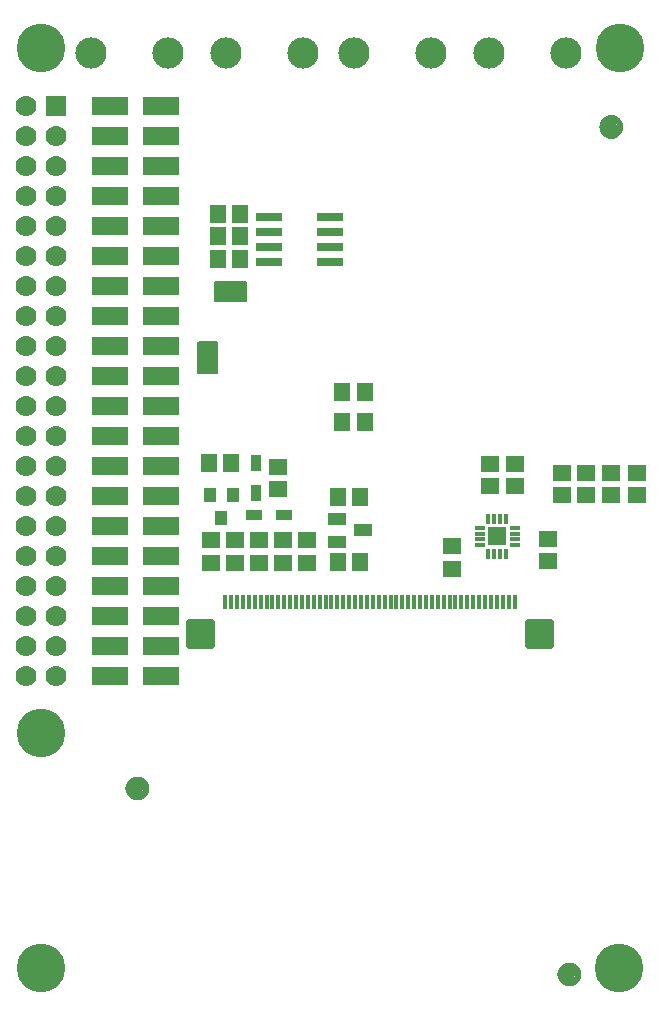
<source format=gbr>
G04 EAGLE Gerber RS-274X export*
G75*
%MOMM*%
%FSLAX34Y34*%
%LPD*%
%INSoldermask Top*%
%IPPOS*%
%AMOC8*
5,1,8,0,0,1.08239X$1,22.5*%
G01*
%ADD10R,1.601600X1.401600*%
%ADD11C,1.101600*%
%ADD12C,0.500000*%
%ADD13R,1.401600X1.601600*%
%ADD14R,1.501600X1.101600*%
%ADD15C,0.700447*%
%ADD16R,0.300000X1.300000*%
%ADD17R,1.601600X1.601600*%
%ADD18R,0.880000X0.350000*%
%ADD19R,0.350000X0.880000*%
%ADD20C,2.641600*%
%ADD21R,1.778000X1.778000*%
%ADD22C,1.778000*%
%ADD23C,4.117600*%
%ADD24R,2.301600X0.701600*%
%ADD25R,1.270000X1.701800*%
%ADD26R,0.736600X0.304800*%
%ADD27R,3.149600X1.625600*%
%ADD28R,1.701800X1.270000*%
%ADD29R,0.304800X0.736600*%
%ADD30R,1.451600X0.901600*%
%ADD31R,0.901600X1.451600*%
%ADD32R,1.101600X1.301600*%

G36*
X181728Y541036D02*
X181728Y541036D01*
X181847Y541043D01*
X181885Y541056D01*
X181926Y541061D01*
X182036Y541104D01*
X182149Y541141D01*
X182184Y541163D01*
X182221Y541178D01*
X182317Y541248D01*
X182418Y541311D01*
X182446Y541341D01*
X182479Y541364D01*
X182555Y541456D01*
X182636Y541543D01*
X182656Y541578D01*
X182681Y541609D01*
X182732Y541717D01*
X182790Y541821D01*
X182800Y541861D01*
X182817Y541897D01*
X182839Y542014D01*
X182869Y542129D01*
X182873Y542190D01*
X182877Y542210D01*
X182875Y542230D01*
X182879Y542290D01*
X182879Y567690D01*
X182864Y567808D01*
X182857Y567927D01*
X182844Y567965D01*
X182839Y568006D01*
X182796Y568116D01*
X182759Y568229D01*
X182737Y568264D01*
X182722Y568301D01*
X182653Y568397D01*
X182589Y568498D01*
X182559Y568526D01*
X182536Y568559D01*
X182444Y568635D01*
X182357Y568716D01*
X182322Y568736D01*
X182291Y568761D01*
X182183Y568812D01*
X182079Y568870D01*
X182039Y568880D01*
X182003Y568897D01*
X181886Y568919D01*
X181771Y568949D01*
X181711Y568953D01*
X181691Y568957D01*
X181670Y568955D01*
X181610Y568959D01*
X166370Y568959D01*
X166252Y568944D01*
X166133Y568937D01*
X166095Y568924D01*
X166054Y568919D01*
X165944Y568876D01*
X165831Y568839D01*
X165796Y568817D01*
X165759Y568802D01*
X165663Y568733D01*
X165562Y568669D01*
X165534Y568639D01*
X165501Y568616D01*
X165426Y568524D01*
X165344Y568437D01*
X165324Y568402D01*
X165299Y568371D01*
X165248Y568263D01*
X165190Y568159D01*
X165180Y568119D01*
X165163Y568083D01*
X165141Y567966D01*
X165111Y567851D01*
X165107Y567791D01*
X165103Y567771D01*
X165104Y567759D01*
X165103Y567756D01*
X165104Y567743D01*
X165101Y567690D01*
X165101Y542290D01*
X165116Y542172D01*
X165123Y542053D01*
X165136Y542015D01*
X165141Y541974D01*
X165184Y541864D01*
X165221Y541751D01*
X165243Y541716D01*
X165258Y541679D01*
X165328Y541583D01*
X165391Y541482D01*
X165421Y541454D01*
X165444Y541421D01*
X165536Y541346D01*
X165623Y541264D01*
X165658Y541244D01*
X165689Y541219D01*
X165797Y541168D01*
X165901Y541110D01*
X165941Y541100D01*
X165977Y541083D01*
X166094Y541061D01*
X166209Y541031D01*
X166270Y541027D01*
X166290Y541023D01*
X166310Y541025D01*
X166370Y541021D01*
X181610Y541021D01*
X181728Y541036D01*
G37*
G36*
X205858Y601996D02*
X205858Y601996D01*
X205977Y602003D01*
X206015Y602016D01*
X206056Y602021D01*
X206166Y602064D01*
X206279Y602101D01*
X206314Y602123D01*
X206351Y602138D01*
X206447Y602208D01*
X206548Y602271D01*
X206576Y602301D01*
X206609Y602324D01*
X206685Y602416D01*
X206766Y602503D01*
X206786Y602538D01*
X206811Y602569D01*
X206862Y602677D01*
X206920Y602781D01*
X206930Y602821D01*
X206947Y602857D01*
X206969Y602974D01*
X206999Y603089D01*
X207003Y603150D01*
X207007Y603170D01*
X207005Y603190D01*
X207009Y603250D01*
X207009Y618490D01*
X206994Y618608D01*
X206987Y618727D01*
X206974Y618765D01*
X206969Y618806D01*
X206926Y618916D01*
X206889Y619029D01*
X206867Y619064D01*
X206852Y619101D01*
X206783Y619197D01*
X206719Y619298D01*
X206689Y619326D01*
X206666Y619359D01*
X206574Y619435D01*
X206487Y619516D01*
X206452Y619536D01*
X206421Y619561D01*
X206313Y619612D01*
X206209Y619670D01*
X206169Y619680D01*
X206133Y619697D01*
X206016Y619719D01*
X205901Y619749D01*
X205841Y619753D01*
X205821Y619757D01*
X205800Y619755D01*
X205740Y619759D01*
X180340Y619759D01*
X180222Y619744D01*
X180103Y619737D01*
X180065Y619724D01*
X180024Y619719D01*
X179914Y619676D01*
X179801Y619639D01*
X179766Y619617D01*
X179729Y619602D01*
X179633Y619533D01*
X179532Y619469D01*
X179504Y619439D01*
X179471Y619416D01*
X179396Y619324D01*
X179314Y619237D01*
X179294Y619202D01*
X179269Y619171D01*
X179218Y619063D01*
X179160Y618959D01*
X179150Y618919D01*
X179133Y618883D01*
X179111Y618766D01*
X179081Y618651D01*
X179077Y618591D01*
X179073Y618571D01*
X179074Y618564D01*
X179073Y618562D01*
X179074Y618546D01*
X179071Y618490D01*
X179071Y603250D01*
X179086Y603132D01*
X179093Y603013D01*
X179106Y602975D01*
X179111Y602934D01*
X179154Y602824D01*
X179191Y602711D01*
X179213Y602676D01*
X179228Y602639D01*
X179298Y602543D01*
X179361Y602442D01*
X179391Y602414D01*
X179414Y602381D01*
X179506Y602306D01*
X179593Y602224D01*
X179628Y602204D01*
X179659Y602179D01*
X179767Y602128D01*
X179871Y602070D01*
X179911Y602060D01*
X179947Y602043D01*
X180064Y602021D01*
X180179Y601991D01*
X180240Y601987D01*
X180260Y601983D01*
X180280Y601985D01*
X180340Y601981D01*
X205740Y601981D01*
X205858Y601996D01*
G37*
D10*
X176530Y400660D03*
X176530Y381660D03*
X196850Y400660D03*
X196850Y381660D03*
X217170Y400660D03*
X217170Y381660D03*
X237490Y400660D03*
X237490Y381660D03*
X412750Y446430D03*
X412750Y465430D03*
D11*
X480060Y33020D03*
D12*
X472560Y33020D02*
X472562Y32839D01*
X472569Y32658D01*
X472580Y32477D01*
X472595Y32296D01*
X472615Y32116D01*
X472639Y31936D01*
X472667Y31757D01*
X472700Y31579D01*
X472737Y31402D01*
X472778Y31225D01*
X472823Y31050D01*
X472873Y30875D01*
X472927Y30702D01*
X472985Y30531D01*
X473047Y30360D01*
X473114Y30192D01*
X473184Y30025D01*
X473258Y29859D01*
X473337Y29696D01*
X473419Y29535D01*
X473505Y29375D01*
X473595Y29218D01*
X473689Y29063D01*
X473786Y28910D01*
X473888Y28760D01*
X473992Y28612D01*
X474101Y28466D01*
X474212Y28324D01*
X474328Y28184D01*
X474446Y28047D01*
X474568Y27912D01*
X474693Y27781D01*
X474821Y27653D01*
X474952Y27528D01*
X475087Y27406D01*
X475224Y27288D01*
X475364Y27172D01*
X475506Y27061D01*
X475652Y26952D01*
X475800Y26848D01*
X475950Y26746D01*
X476103Y26649D01*
X476258Y26555D01*
X476415Y26465D01*
X476575Y26379D01*
X476736Y26297D01*
X476899Y26218D01*
X477065Y26144D01*
X477232Y26074D01*
X477400Y26007D01*
X477571Y25945D01*
X477742Y25887D01*
X477915Y25833D01*
X478090Y25783D01*
X478265Y25738D01*
X478442Y25697D01*
X478619Y25660D01*
X478797Y25627D01*
X478976Y25599D01*
X479156Y25575D01*
X479336Y25555D01*
X479517Y25540D01*
X479698Y25529D01*
X479879Y25522D01*
X480060Y25520D01*
X472560Y33020D02*
X472562Y33201D01*
X472569Y33382D01*
X472580Y33563D01*
X472595Y33744D01*
X472615Y33924D01*
X472639Y34104D01*
X472667Y34283D01*
X472700Y34461D01*
X472737Y34638D01*
X472778Y34815D01*
X472823Y34990D01*
X472873Y35165D01*
X472927Y35338D01*
X472985Y35509D01*
X473047Y35680D01*
X473114Y35848D01*
X473184Y36015D01*
X473258Y36181D01*
X473337Y36344D01*
X473419Y36505D01*
X473505Y36665D01*
X473595Y36822D01*
X473689Y36977D01*
X473786Y37130D01*
X473888Y37280D01*
X473992Y37428D01*
X474101Y37574D01*
X474212Y37716D01*
X474328Y37856D01*
X474446Y37993D01*
X474568Y38128D01*
X474693Y38259D01*
X474821Y38387D01*
X474952Y38512D01*
X475087Y38634D01*
X475224Y38752D01*
X475364Y38868D01*
X475506Y38979D01*
X475652Y39088D01*
X475800Y39192D01*
X475950Y39294D01*
X476103Y39391D01*
X476258Y39485D01*
X476415Y39575D01*
X476575Y39661D01*
X476736Y39743D01*
X476899Y39822D01*
X477065Y39896D01*
X477232Y39966D01*
X477400Y40033D01*
X477571Y40095D01*
X477742Y40153D01*
X477915Y40207D01*
X478090Y40257D01*
X478265Y40302D01*
X478442Y40343D01*
X478619Y40380D01*
X478797Y40413D01*
X478976Y40441D01*
X479156Y40465D01*
X479336Y40485D01*
X479517Y40500D01*
X479698Y40511D01*
X479879Y40518D01*
X480060Y40520D01*
X480241Y40518D01*
X480422Y40511D01*
X480603Y40500D01*
X480784Y40485D01*
X480964Y40465D01*
X481144Y40441D01*
X481323Y40413D01*
X481501Y40380D01*
X481678Y40343D01*
X481855Y40302D01*
X482030Y40257D01*
X482205Y40207D01*
X482378Y40153D01*
X482549Y40095D01*
X482720Y40033D01*
X482888Y39966D01*
X483055Y39896D01*
X483221Y39822D01*
X483384Y39743D01*
X483545Y39661D01*
X483705Y39575D01*
X483862Y39485D01*
X484017Y39391D01*
X484170Y39294D01*
X484320Y39192D01*
X484468Y39088D01*
X484614Y38979D01*
X484756Y38868D01*
X484896Y38752D01*
X485033Y38634D01*
X485168Y38512D01*
X485299Y38387D01*
X485427Y38259D01*
X485552Y38128D01*
X485674Y37993D01*
X485792Y37856D01*
X485908Y37716D01*
X486019Y37574D01*
X486128Y37428D01*
X486232Y37280D01*
X486334Y37130D01*
X486431Y36977D01*
X486525Y36822D01*
X486615Y36665D01*
X486701Y36505D01*
X486783Y36344D01*
X486862Y36181D01*
X486936Y36015D01*
X487006Y35848D01*
X487073Y35680D01*
X487135Y35509D01*
X487193Y35338D01*
X487247Y35165D01*
X487297Y34990D01*
X487342Y34815D01*
X487383Y34638D01*
X487420Y34461D01*
X487453Y34283D01*
X487481Y34104D01*
X487505Y33924D01*
X487525Y33744D01*
X487540Y33563D01*
X487551Y33382D01*
X487558Y33201D01*
X487560Y33020D01*
X487558Y32839D01*
X487551Y32658D01*
X487540Y32477D01*
X487525Y32296D01*
X487505Y32116D01*
X487481Y31936D01*
X487453Y31757D01*
X487420Y31579D01*
X487383Y31402D01*
X487342Y31225D01*
X487297Y31050D01*
X487247Y30875D01*
X487193Y30702D01*
X487135Y30531D01*
X487073Y30360D01*
X487006Y30192D01*
X486936Y30025D01*
X486862Y29859D01*
X486783Y29696D01*
X486701Y29535D01*
X486615Y29375D01*
X486525Y29218D01*
X486431Y29063D01*
X486334Y28910D01*
X486232Y28760D01*
X486128Y28612D01*
X486019Y28466D01*
X485908Y28324D01*
X485792Y28184D01*
X485674Y28047D01*
X485552Y27912D01*
X485427Y27781D01*
X485299Y27653D01*
X485168Y27528D01*
X485033Y27406D01*
X484896Y27288D01*
X484756Y27172D01*
X484614Y27061D01*
X484468Y26952D01*
X484320Y26848D01*
X484170Y26746D01*
X484017Y26649D01*
X483862Y26555D01*
X483705Y26465D01*
X483545Y26379D01*
X483384Y26297D01*
X483221Y26218D01*
X483055Y26144D01*
X482888Y26074D01*
X482720Y26007D01*
X482549Y25945D01*
X482378Y25887D01*
X482205Y25833D01*
X482030Y25783D01*
X481855Y25738D01*
X481678Y25697D01*
X481501Y25660D01*
X481323Y25627D01*
X481144Y25599D01*
X480964Y25575D01*
X480784Y25555D01*
X480603Y25540D01*
X480422Y25529D01*
X480241Y25522D01*
X480060Y25520D01*
D11*
X114300Y190500D03*
D12*
X114300Y183000D02*
X114481Y183002D01*
X114662Y183009D01*
X114843Y183020D01*
X115024Y183035D01*
X115204Y183055D01*
X115384Y183079D01*
X115563Y183107D01*
X115741Y183140D01*
X115918Y183177D01*
X116095Y183218D01*
X116270Y183263D01*
X116445Y183313D01*
X116618Y183367D01*
X116789Y183425D01*
X116960Y183487D01*
X117128Y183554D01*
X117295Y183624D01*
X117461Y183698D01*
X117624Y183777D01*
X117785Y183859D01*
X117945Y183945D01*
X118102Y184035D01*
X118257Y184129D01*
X118410Y184226D01*
X118560Y184328D01*
X118708Y184432D01*
X118854Y184541D01*
X118996Y184652D01*
X119136Y184768D01*
X119273Y184886D01*
X119408Y185008D01*
X119539Y185133D01*
X119667Y185261D01*
X119792Y185392D01*
X119914Y185527D01*
X120032Y185664D01*
X120148Y185804D01*
X120259Y185946D01*
X120368Y186092D01*
X120472Y186240D01*
X120574Y186390D01*
X120671Y186543D01*
X120765Y186698D01*
X120855Y186855D01*
X120941Y187015D01*
X121023Y187176D01*
X121102Y187339D01*
X121176Y187505D01*
X121246Y187672D01*
X121313Y187840D01*
X121375Y188011D01*
X121433Y188182D01*
X121487Y188355D01*
X121537Y188530D01*
X121582Y188705D01*
X121623Y188882D01*
X121660Y189059D01*
X121693Y189237D01*
X121721Y189416D01*
X121745Y189596D01*
X121765Y189776D01*
X121780Y189957D01*
X121791Y190138D01*
X121798Y190319D01*
X121800Y190500D01*
X114300Y183000D02*
X114119Y183002D01*
X113938Y183009D01*
X113757Y183020D01*
X113576Y183035D01*
X113396Y183055D01*
X113216Y183079D01*
X113037Y183107D01*
X112859Y183140D01*
X112682Y183177D01*
X112505Y183218D01*
X112330Y183263D01*
X112155Y183313D01*
X111982Y183367D01*
X111811Y183425D01*
X111640Y183487D01*
X111472Y183554D01*
X111305Y183624D01*
X111139Y183698D01*
X110976Y183777D01*
X110815Y183859D01*
X110655Y183945D01*
X110498Y184035D01*
X110343Y184129D01*
X110190Y184226D01*
X110040Y184328D01*
X109892Y184432D01*
X109746Y184541D01*
X109604Y184652D01*
X109464Y184768D01*
X109327Y184886D01*
X109192Y185008D01*
X109061Y185133D01*
X108933Y185261D01*
X108808Y185392D01*
X108686Y185527D01*
X108568Y185664D01*
X108452Y185804D01*
X108341Y185946D01*
X108232Y186092D01*
X108128Y186240D01*
X108026Y186390D01*
X107929Y186543D01*
X107835Y186698D01*
X107745Y186855D01*
X107659Y187015D01*
X107577Y187176D01*
X107498Y187339D01*
X107424Y187505D01*
X107354Y187672D01*
X107287Y187840D01*
X107225Y188011D01*
X107167Y188182D01*
X107113Y188355D01*
X107063Y188530D01*
X107018Y188705D01*
X106977Y188882D01*
X106940Y189059D01*
X106907Y189237D01*
X106879Y189416D01*
X106855Y189596D01*
X106835Y189776D01*
X106820Y189957D01*
X106809Y190138D01*
X106802Y190319D01*
X106800Y190500D01*
X106802Y190681D01*
X106809Y190862D01*
X106820Y191043D01*
X106835Y191224D01*
X106855Y191404D01*
X106879Y191584D01*
X106907Y191763D01*
X106940Y191941D01*
X106977Y192118D01*
X107018Y192295D01*
X107063Y192470D01*
X107113Y192645D01*
X107167Y192818D01*
X107225Y192989D01*
X107287Y193160D01*
X107354Y193328D01*
X107424Y193495D01*
X107498Y193661D01*
X107577Y193824D01*
X107659Y193985D01*
X107745Y194145D01*
X107835Y194302D01*
X107929Y194457D01*
X108026Y194610D01*
X108128Y194760D01*
X108232Y194908D01*
X108341Y195054D01*
X108452Y195196D01*
X108568Y195336D01*
X108686Y195473D01*
X108808Y195608D01*
X108933Y195739D01*
X109061Y195867D01*
X109192Y195992D01*
X109327Y196114D01*
X109464Y196232D01*
X109604Y196348D01*
X109746Y196459D01*
X109892Y196568D01*
X110040Y196672D01*
X110190Y196774D01*
X110343Y196871D01*
X110498Y196965D01*
X110655Y197055D01*
X110815Y197141D01*
X110976Y197223D01*
X111139Y197302D01*
X111305Y197376D01*
X111472Y197446D01*
X111640Y197513D01*
X111811Y197575D01*
X111982Y197633D01*
X112155Y197687D01*
X112330Y197737D01*
X112505Y197782D01*
X112682Y197823D01*
X112859Y197860D01*
X113037Y197893D01*
X113216Y197921D01*
X113396Y197945D01*
X113576Y197965D01*
X113757Y197980D01*
X113938Y197991D01*
X114119Y197998D01*
X114300Y198000D01*
X114481Y197998D01*
X114662Y197991D01*
X114843Y197980D01*
X115024Y197965D01*
X115204Y197945D01*
X115384Y197921D01*
X115563Y197893D01*
X115741Y197860D01*
X115918Y197823D01*
X116095Y197782D01*
X116270Y197737D01*
X116445Y197687D01*
X116618Y197633D01*
X116789Y197575D01*
X116960Y197513D01*
X117128Y197446D01*
X117295Y197376D01*
X117461Y197302D01*
X117624Y197223D01*
X117785Y197141D01*
X117945Y197055D01*
X118102Y196965D01*
X118257Y196871D01*
X118410Y196774D01*
X118560Y196672D01*
X118708Y196568D01*
X118854Y196459D01*
X118996Y196348D01*
X119136Y196232D01*
X119273Y196114D01*
X119408Y195992D01*
X119539Y195867D01*
X119667Y195739D01*
X119792Y195608D01*
X119914Y195473D01*
X120032Y195336D01*
X120148Y195196D01*
X120259Y195054D01*
X120368Y194908D01*
X120472Y194760D01*
X120574Y194610D01*
X120671Y194457D01*
X120765Y194302D01*
X120855Y194145D01*
X120941Y193985D01*
X121023Y193824D01*
X121102Y193661D01*
X121176Y193495D01*
X121246Y193328D01*
X121313Y193160D01*
X121375Y192989D01*
X121433Y192818D01*
X121487Y192645D01*
X121537Y192470D01*
X121582Y192295D01*
X121623Y192118D01*
X121660Y191941D01*
X121693Y191763D01*
X121721Y191584D01*
X121745Y191404D01*
X121765Y191224D01*
X121780Y191043D01*
X121791Y190862D01*
X121798Y190681D01*
X121800Y190500D01*
D13*
X302870Y436880D03*
X283870Y436880D03*
D10*
X381000Y376580D03*
X381000Y395580D03*
X257810Y381660D03*
X257810Y400660D03*
D13*
X174650Y466090D03*
X193650Y466090D03*
D14*
X305640Y408940D03*
X283640Y399440D03*
X283640Y418440D03*
D15*
X176656Y312214D02*
X158644Y312214D01*
X158644Y330226D01*
X176656Y330226D01*
X176656Y312214D01*
X176656Y318868D02*
X158644Y318868D01*
X158644Y325522D02*
X176656Y325522D01*
X445644Y312214D02*
X463656Y312214D01*
X445644Y312214D02*
X445644Y330226D01*
X463656Y330226D01*
X463656Y312214D01*
X463656Y318868D02*
X445644Y318868D01*
X445644Y325522D02*
X463656Y325522D01*
D16*
X433650Y348120D03*
X428650Y348120D03*
X423650Y348120D03*
X413650Y348120D03*
X418650Y348120D03*
X408650Y348120D03*
X403650Y348120D03*
X398650Y348120D03*
X393650Y348120D03*
X383650Y348120D03*
X388650Y348120D03*
X378650Y348120D03*
X373650Y348120D03*
X368650Y348120D03*
X363650Y348120D03*
X353650Y348120D03*
X358650Y348120D03*
X348650Y348120D03*
X343650Y348120D03*
X338650Y348120D03*
X333650Y348120D03*
X323650Y348120D03*
X328650Y348120D03*
X318650Y348120D03*
X313650Y348120D03*
X308650Y348120D03*
X303650Y348120D03*
X293650Y348120D03*
X298650Y348120D03*
X288650Y348120D03*
X283650Y348120D03*
X278650Y348120D03*
X273650Y348120D03*
X263650Y348120D03*
X268650Y348120D03*
X258650Y348120D03*
X253650Y348120D03*
X248650Y348120D03*
X243650Y348120D03*
X233650Y348120D03*
X238650Y348120D03*
X228650Y348120D03*
X223650Y348120D03*
X218650Y348120D03*
X213650Y348120D03*
X203650Y348120D03*
X208650Y348120D03*
X198650Y348120D03*
X193650Y348120D03*
X188650Y348120D03*
D13*
X283870Y382270D03*
X302870Y382270D03*
D17*
X419100Y403860D03*
D18*
X434100Y396360D03*
X434100Y401360D03*
X434100Y406360D03*
X434100Y411360D03*
D19*
X426600Y418860D03*
X421600Y418860D03*
X416600Y418860D03*
X411600Y418860D03*
D18*
X404100Y411360D03*
X404100Y406360D03*
X404100Y401360D03*
X404100Y396360D03*
D19*
X411600Y388860D03*
X416600Y388860D03*
X421600Y388860D03*
X426600Y388860D03*
D10*
X434340Y446430D03*
X434340Y465430D03*
X233680Y443890D03*
X233680Y462890D03*
X462280Y382930D03*
X462280Y401930D03*
D13*
X287680Y525780D03*
X306680Y525780D03*
X287680Y500380D03*
X306680Y500380D03*
D11*
X515620Y750570D03*
D12*
X515620Y758070D02*
X515439Y758068D01*
X515258Y758061D01*
X515077Y758050D01*
X514896Y758035D01*
X514716Y758015D01*
X514536Y757991D01*
X514357Y757963D01*
X514179Y757930D01*
X514002Y757893D01*
X513825Y757852D01*
X513650Y757807D01*
X513475Y757757D01*
X513302Y757703D01*
X513131Y757645D01*
X512960Y757583D01*
X512792Y757516D01*
X512625Y757446D01*
X512459Y757372D01*
X512296Y757293D01*
X512135Y757211D01*
X511975Y757125D01*
X511818Y757035D01*
X511663Y756941D01*
X511510Y756844D01*
X511360Y756742D01*
X511212Y756638D01*
X511066Y756529D01*
X510924Y756418D01*
X510784Y756302D01*
X510647Y756184D01*
X510512Y756062D01*
X510381Y755937D01*
X510253Y755809D01*
X510128Y755678D01*
X510006Y755543D01*
X509888Y755406D01*
X509772Y755266D01*
X509661Y755124D01*
X509552Y754978D01*
X509448Y754830D01*
X509346Y754680D01*
X509249Y754527D01*
X509155Y754372D01*
X509065Y754215D01*
X508979Y754055D01*
X508897Y753894D01*
X508818Y753731D01*
X508744Y753565D01*
X508674Y753398D01*
X508607Y753230D01*
X508545Y753059D01*
X508487Y752888D01*
X508433Y752715D01*
X508383Y752540D01*
X508338Y752365D01*
X508297Y752188D01*
X508260Y752011D01*
X508227Y751833D01*
X508199Y751654D01*
X508175Y751474D01*
X508155Y751294D01*
X508140Y751113D01*
X508129Y750932D01*
X508122Y750751D01*
X508120Y750570D01*
X515620Y758070D02*
X515801Y758068D01*
X515982Y758061D01*
X516163Y758050D01*
X516344Y758035D01*
X516524Y758015D01*
X516704Y757991D01*
X516883Y757963D01*
X517061Y757930D01*
X517238Y757893D01*
X517415Y757852D01*
X517590Y757807D01*
X517765Y757757D01*
X517938Y757703D01*
X518109Y757645D01*
X518280Y757583D01*
X518448Y757516D01*
X518615Y757446D01*
X518781Y757372D01*
X518944Y757293D01*
X519105Y757211D01*
X519265Y757125D01*
X519422Y757035D01*
X519577Y756941D01*
X519730Y756844D01*
X519880Y756742D01*
X520028Y756638D01*
X520174Y756529D01*
X520316Y756418D01*
X520456Y756302D01*
X520593Y756184D01*
X520728Y756062D01*
X520859Y755937D01*
X520987Y755809D01*
X521112Y755678D01*
X521234Y755543D01*
X521352Y755406D01*
X521468Y755266D01*
X521579Y755124D01*
X521688Y754978D01*
X521792Y754830D01*
X521894Y754680D01*
X521991Y754527D01*
X522085Y754372D01*
X522175Y754215D01*
X522261Y754055D01*
X522343Y753894D01*
X522422Y753731D01*
X522496Y753565D01*
X522566Y753398D01*
X522633Y753230D01*
X522695Y753059D01*
X522753Y752888D01*
X522807Y752715D01*
X522857Y752540D01*
X522902Y752365D01*
X522943Y752188D01*
X522980Y752011D01*
X523013Y751833D01*
X523041Y751654D01*
X523065Y751474D01*
X523085Y751294D01*
X523100Y751113D01*
X523111Y750932D01*
X523118Y750751D01*
X523120Y750570D01*
X523118Y750389D01*
X523111Y750208D01*
X523100Y750027D01*
X523085Y749846D01*
X523065Y749666D01*
X523041Y749486D01*
X523013Y749307D01*
X522980Y749129D01*
X522943Y748952D01*
X522902Y748775D01*
X522857Y748600D01*
X522807Y748425D01*
X522753Y748252D01*
X522695Y748081D01*
X522633Y747910D01*
X522566Y747742D01*
X522496Y747575D01*
X522422Y747409D01*
X522343Y747246D01*
X522261Y747085D01*
X522175Y746925D01*
X522085Y746768D01*
X521991Y746613D01*
X521894Y746460D01*
X521792Y746310D01*
X521688Y746162D01*
X521579Y746016D01*
X521468Y745874D01*
X521352Y745734D01*
X521234Y745597D01*
X521112Y745462D01*
X520987Y745331D01*
X520859Y745203D01*
X520728Y745078D01*
X520593Y744956D01*
X520456Y744838D01*
X520316Y744722D01*
X520174Y744611D01*
X520028Y744502D01*
X519880Y744398D01*
X519730Y744296D01*
X519577Y744199D01*
X519422Y744105D01*
X519265Y744015D01*
X519105Y743929D01*
X518944Y743847D01*
X518781Y743768D01*
X518615Y743694D01*
X518448Y743624D01*
X518280Y743557D01*
X518109Y743495D01*
X517938Y743437D01*
X517765Y743383D01*
X517590Y743333D01*
X517415Y743288D01*
X517238Y743247D01*
X517061Y743210D01*
X516883Y743177D01*
X516704Y743149D01*
X516524Y743125D01*
X516344Y743105D01*
X516163Y743090D01*
X515982Y743079D01*
X515801Y743072D01*
X515620Y743070D01*
X515439Y743072D01*
X515258Y743079D01*
X515077Y743090D01*
X514896Y743105D01*
X514716Y743125D01*
X514536Y743149D01*
X514357Y743177D01*
X514179Y743210D01*
X514002Y743247D01*
X513825Y743288D01*
X513650Y743333D01*
X513475Y743383D01*
X513302Y743437D01*
X513131Y743495D01*
X512960Y743557D01*
X512792Y743624D01*
X512625Y743694D01*
X512459Y743768D01*
X512296Y743847D01*
X512135Y743929D01*
X511975Y744015D01*
X511818Y744105D01*
X511663Y744199D01*
X511510Y744296D01*
X511360Y744398D01*
X511212Y744502D01*
X511066Y744611D01*
X510924Y744722D01*
X510784Y744838D01*
X510647Y744956D01*
X510512Y745078D01*
X510381Y745203D01*
X510253Y745331D01*
X510128Y745462D01*
X510006Y745597D01*
X509888Y745734D01*
X509772Y745874D01*
X509661Y746016D01*
X509552Y746162D01*
X509448Y746310D01*
X509346Y746460D01*
X509249Y746613D01*
X509155Y746768D01*
X509065Y746925D01*
X508979Y747085D01*
X508897Y747246D01*
X508818Y747409D01*
X508744Y747575D01*
X508674Y747742D01*
X508607Y747910D01*
X508545Y748081D01*
X508487Y748252D01*
X508433Y748425D01*
X508383Y748600D01*
X508338Y748775D01*
X508297Y748952D01*
X508260Y749129D01*
X508227Y749307D01*
X508199Y749486D01*
X508175Y749666D01*
X508155Y749846D01*
X508140Y750027D01*
X508129Y750208D01*
X508122Y750389D01*
X508120Y750570D01*
D20*
X297700Y812800D03*
X362700Y812800D03*
X75450Y812800D03*
X140450Y812800D03*
D21*
X45650Y768350D03*
D22*
X20250Y768350D03*
X45650Y742950D03*
X20250Y742950D03*
X45650Y717550D03*
X20250Y717550D03*
X45650Y692150D03*
X20250Y692150D03*
X45650Y666750D03*
X20250Y666750D03*
X45650Y641350D03*
X20250Y641350D03*
X45650Y615950D03*
X20250Y615950D03*
X45650Y590550D03*
X20250Y590550D03*
X45650Y565150D03*
X20250Y565150D03*
X45650Y539750D03*
X20250Y539750D03*
X45650Y514350D03*
X20250Y514350D03*
X45650Y488950D03*
X20250Y488950D03*
X45650Y463550D03*
X20250Y463550D03*
X45650Y438150D03*
X20250Y438150D03*
X45650Y412750D03*
X20250Y412750D03*
X45650Y387350D03*
X20250Y387350D03*
X45650Y361950D03*
X20250Y361950D03*
X45650Y336550D03*
X20250Y336550D03*
X45650Y311150D03*
X20250Y311150D03*
X45650Y285750D03*
X20250Y285750D03*
D23*
X32766Y817118D03*
X522732Y817118D03*
X522478Y38100D03*
X32512Y38100D03*
D24*
X277460Y648970D03*
X225460Y648970D03*
X277460Y636270D03*
X277460Y661670D03*
X277460Y674370D03*
X225460Y636270D03*
X225460Y661670D03*
X225460Y674370D03*
D13*
X201270Y638810D03*
X182270Y638810D03*
D25*
X185420Y610870D03*
X200660Y610870D03*
D26*
X193040Y610870D03*
D13*
X201270Y676910D03*
X182270Y676910D03*
X201270Y657860D03*
X182270Y657860D03*
D27*
X134620Y768350D03*
X91440Y768350D03*
X134620Y742950D03*
X91440Y742950D03*
X91440Y717550D03*
X134620Y717550D03*
X91440Y692150D03*
X134620Y692150D03*
X91440Y666750D03*
X134620Y666750D03*
X91440Y641350D03*
X134620Y641350D03*
X91440Y615950D03*
X134620Y615950D03*
X91440Y590550D03*
X134620Y590550D03*
X91440Y565150D03*
X134620Y565150D03*
X91440Y539750D03*
X134620Y539750D03*
X91440Y514350D03*
X134620Y514350D03*
X91440Y488950D03*
X134620Y488950D03*
X91440Y463550D03*
X134620Y463550D03*
X91440Y438150D03*
X134620Y438150D03*
X91440Y412750D03*
X134620Y412750D03*
X91440Y387350D03*
X134620Y387350D03*
X91440Y361950D03*
X134620Y361950D03*
X91440Y336550D03*
X134620Y336550D03*
X91440Y311150D03*
X134620Y311150D03*
X91440Y285750D03*
X134620Y285750D03*
D20*
X412000Y812800D03*
X477000Y812800D03*
X189750Y812800D03*
X254750Y812800D03*
D23*
X32766Y237236D03*
D10*
X473710Y438810D03*
X473710Y457810D03*
X515620Y438810D03*
X515620Y457810D03*
X537210Y438810D03*
X537210Y457810D03*
X494030Y438810D03*
X494030Y457810D03*
D28*
X173990Y562610D03*
X173990Y547370D03*
D29*
X173990Y554990D03*
D30*
X238760Y421640D03*
X213360Y421640D03*
D31*
X214630Y466090D03*
X214630Y440690D03*
D32*
X185420Y419260D03*
X175920Y439260D03*
X194920Y439260D03*
M02*

</source>
